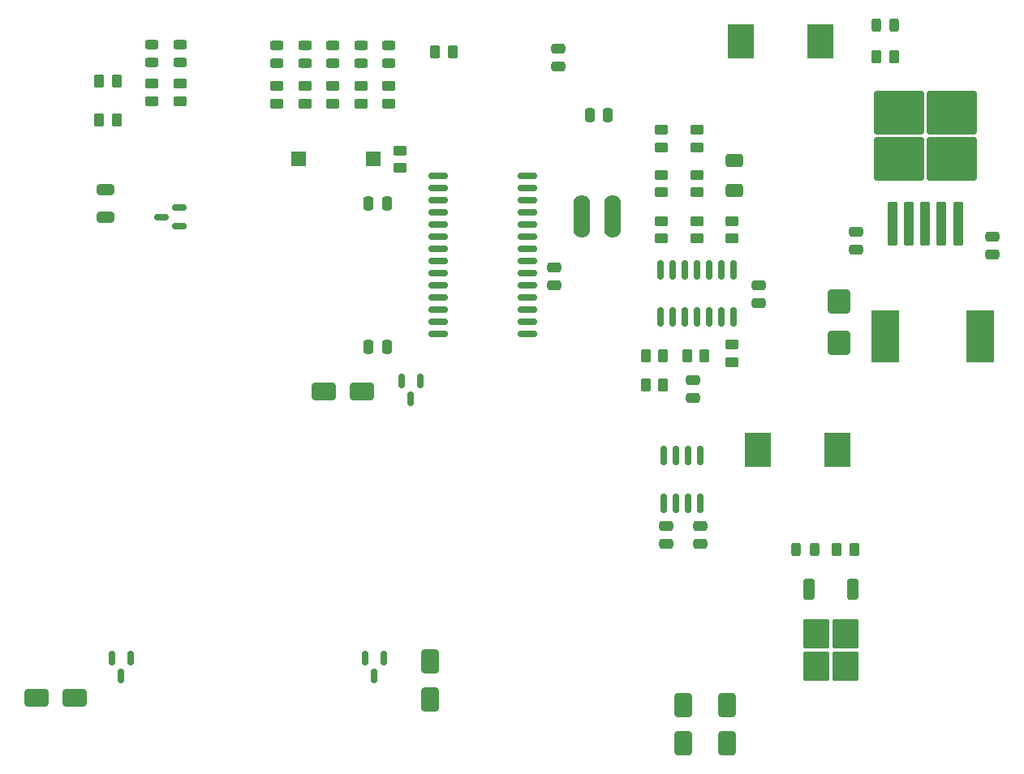
<source format=gtp>
G04 #@! TF.GenerationSoftware,KiCad,Pcbnew,8.0.7*
G04 #@! TF.CreationDate,2025-02-08T09:32:49+01:00*
G04 #@! TF.ProjectId,12VSupport,31325653-7570-4706-9f72-742e6b696361,1.2*
G04 #@! TF.SameCoordinates,Original*
G04 #@! TF.FileFunction,Paste,Top*
G04 #@! TF.FilePolarity,Positive*
%FSLAX46Y46*%
G04 Gerber Fmt 4.6, Leading zero omitted, Abs format (unit mm)*
G04 Created by KiCad (PCBNEW 8.0.7) date 2025-02-08 09:32:49*
%MOMM*%
%LPD*%
G01*
G04 APERTURE LIST*
G04 Aperture macros list*
%AMRoundRect*
0 Rectangle with rounded corners*
0 $1 Rounding radius*
0 $2 $3 $4 $5 $6 $7 $8 $9 X,Y pos of 4 corners*
0 Add a 4 corners polygon primitive as box body*
4,1,4,$2,$3,$4,$5,$6,$7,$8,$9,$2,$3,0*
0 Add four circle primitives for the rounded corners*
1,1,$1+$1,$2,$3*
1,1,$1+$1,$4,$5*
1,1,$1+$1,$6,$7*
1,1,$1+$1,$8,$9*
0 Add four rect primitives between the rounded corners*
20,1,$1+$1,$2,$3,$4,$5,0*
20,1,$1+$1,$4,$5,$6,$7,0*
20,1,$1+$1,$6,$7,$8,$9,0*
20,1,$1+$1,$8,$9,$2,$3,0*%
G04 Aperture macros list end*
%ADD10RoundRect,0.250000X-0.475000X0.250000X-0.475000X-0.250000X0.475000X-0.250000X0.475000X0.250000X0*%
%ADD11R,2.700000X3.600000*%
%ADD12RoundRect,0.250000X0.450000X-0.262500X0.450000X0.262500X-0.450000X0.262500X-0.450000X-0.262500X0*%
%ADD13RoundRect,0.150000X-0.875000X-0.150000X0.875000X-0.150000X0.875000X0.150000X-0.875000X0.150000X0*%
%ADD14RoundRect,0.250000X-0.450000X0.262500X-0.450000X-0.262500X0.450000X-0.262500X0.450000X0.262500X0*%
%ADD15RoundRect,0.250000X-0.262500X-0.450000X0.262500X-0.450000X0.262500X0.450000X-0.262500X0.450000X0*%
%ADD16RoundRect,0.150000X0.587500X0.150000X-0.587500X0.150000X-0.587500X-0.150000X0.587500X-0.150000X0*%
%ADD17RoundRect,0.150000X-0.150000X0.587500X-0.150000X-0.587500X0.150000X-0.587500X0.150000X0.587500X0*%
%ADD18RoundRect,0.243750X-0.243750X-0.456250X0.243750X-0.456250X0.243750X0.456250X-0.243750X0.456250X0*%
%ADD19RoundRect,0.243750X-0.456250X0.243750X-0.456250X-0.243750X0.456250X-0.243750X0.456250X0.243750X0*%
%ADD20RoundRect,0.250000X0.475000X-0.250000X0.475000X0.250000X-0.475000X0.250000X-0.475000X-0.250000X0*%
%ADD21R,2.900000X5.400000*%
%ADD22RoundRect,0.250000X0.262500X0.450000X-0.262500X0.450000X-0.262500X-0.450000X0.262500X-0.450000X0*%
%ADD23R,1.500000X1.500000*%
%ADD24RoundRect,0.250000X-0.650000X0.325000X-0.650000X-0.325000X0.650000X-0.325000X0.650000X0.325000X0*%
%ADD25RoundRect,0.250000X1.000000X0.650000X-1.000000X0.650000X-1.000000X-0.650000X1.000000X-0.650000X0*%
%ADD26RoundRect,0.250000X0.250000X0.475000X-0.250000X0.475000X-0.250000X-0.475000X0.250000X-0.475000X0*%
%ADD27RoundRect,0.250000X-0.650000X1.000000X-0.650000X-1.000000X0.650000X-1.000000X0.650000X1.000000X0*%
%ADD28RoundRect,0.250000X-0.900000X1.000000X-0.900000X-1.000000X0.900000X-1.000000X0.900000X1.000000X0*%
%ADD29RoundRect,0.250000X-0.350000X0.850000X-0.350000X-0.850000X0.350000X-0.850000X0.350000X0.850000X0*%
%ADD30RoundRect,0.250000X-1.125000X1.275000X-1.125000X-1.275000X1.125000X-1.275000X1.125000X1.275000X0*%
%ADD31RoundRect,0.150000X-0.150000X0.825000X-0.150000X-0.825000X0.150000X-0.825000X0.150000X0.825000X0*%
%ADD32RoundRect,0.250000X0.300000X-2.050000X0.300000X2.050000X-0.300000X2.050000X-0.300000X-2.050000X0*%
%ADD33RoundRect,0.250000X2.375000X-2.025000X2.375000X2.025000X-2.375000X2.025000X-2.375000X-2.025000X0*%
%ADD34RoundRect,0.250000X-0.250000X-0.475000X0.250000X-0.475000X0.250000X0.475000X-0.250000X0.475000X0*%
%ADD35O,1.750000X4.500000*%
%ADD36RoundRect,0.150000X0.150000X-0.825000X0.150000X0.825000X-0.150000X0.825000X-0.150000X-0.825000X0*%
%ADD37RoundRect,0.250000X-0.650000X0.412500X-0.650000X-0.412500X0.650000X-0.412500X0.650000X0.412500X0*%
G04 APERTURE END LIST*
D10*
X115824000Y-98364000D03*
X115824000Y-100264000D03*
X100584000Y-71374000D03*
X100584000Y-73274000D03*
D11*
X130134000Y-90424000D03*
X121834000Y-90424000D03*
D12*
X58553167Y-53998500D03*
X58553167Y-52173500D03*
D13*
X88441000Y-61849000D03*
X88441000Y-63119000D03*
X88441000Y-64389000D03*
X88441000Y-65659000D03*
X88441000Y-66929000D03*
X88441000Y-68199000D03*
X88441000Y-69469000D03*
X88441000Y-70739000D03*
X88441000Y-72009000D03*
X88441000Y-73279000D03*
X88441000Y-74549000D03*
X88441000Y-75819000D03*
X88441000Y-77089000D03*
X88441000Y-78359000D03*
X97741000Y-78359000D03*
X97741000Y-77089000D03*
X97741000Y-75819000D03*
X97741000Y-74549000D03*
X97741000Y-73279000D03*
X97741000Y-72009000D03*
X97741000Y-70739000D03*
X97741000Y-69469000D03*
X97741000Y-68199000D03*
X97741000Y-66929000D03*
X97741000Y-65659000D03*
X97741000Y-64389000D03*
X97741000Y-63119000D03*
X97741000Y-61849000D03*
D12*
X115443000Y-58824500D03*
X115443000Y-56999500D03*
X71628000Y-54276000D03*
X71628000Y-52451000D03*
D14*
X115443000Y-66524500D03*
X115443000Y-68349500D03*
D15*
X53062500Y-56007000D03*
X54887500Y-56007000D03*
D16*
X61422500Y-67051000D03*
X61422500Y-65151000D03*
X59547500Y-66101000D03*
D17*
X86548000Y-83215000D03*
X84648000Y-83215000D03*
X85598000Y-85090000D03*
D18*
X125808500Y-100838000D03*
X127683500Y-100838000D03*
D19*
X77470000Y-48186500D03*
X77470000Y-50061500D03*
D10*
X112268000Y-98364000D03*
X112268000Y-100264000D03*
D12*
X74549000Y-54276000D03*
X74549000Y-52451000D03*
D15*
X134192000Y-49390500D03*
X136017000Y-49390500D03*
D12*
X84455000Y-60983500D03*
X84455000Y-59158500D03*
D15*
X53062500Y-51943000D03*
X54887500Y-51943000D03*
D20*
X100965000Y-50414000D03*
X100965000Y-48514000D03*
D12*
X119126000Y-81280000D03*
X119126000Y-79455000D03*
D21*
X135082000Y-78610000D03*
X144982000Y-78610000D03*
D22*
X89939500Y-48895000D03*
X88114500Y-48895000D03*
D20*
X146304000Y-70038000D03*
X146304000Y-68138000D03*
D23*
X81661000Y-60071000D03*
X73861000Y-60071000D03*
D14*
X119126000Y-66548000D03*
X119126000Y-68373000D03*
D19*
X74549000Y-48186500D03*
X74549000Y-50061500D03*
D12*
X61474167Y-53998500D03*
X61474167Y-52173500D03*
D22*
X131849500Y-100838000D03*
X130024500Y-100838000D03*
D14*
X111760000Y-66524500D03*
X111760000Y-68349500D03*
D24*
X53721000Y-63217000D03*
X53721000Y-66167000D03*
D12*
X111760000Y-58848000D03*
X111760000Y-57023000D03*
D20*
X132080000Y-69530000D03*
X132080000Y-67630000D03*
D19*
X58553167Y-48084500D03*
X58553167Y-49959500D03*
D12*
X111760000Y-63523500D03*
X111760000Y-61698500D03*
D17*
X56322000Y-112171000D03*
X54422000Y-112171000D03*
X55372000Y-114046000D03*
D25*
X80518000Y-84328000D03*
X76518000Y-84328000D03*
D15*
X110085500Y-83669500D03*
X111910500Y-83669500D03*
D20*
X115062000Y-85024000D03*
X115062000Y-83124000D03*
D19*
X80391000Y-48186500D03*
X80391000Y-50061500D03*
D26*
X83070000Y-79719000D03*
X81170000Y-79719000D03*
D27*
X87630000Y-112554000D03*
X87630000Y-116554000D03*
X114046000Y-117126000D03*
X114046000Y-121126000D03*
D12*
X83312000Y-54276000D03*
X83312000Y-52451000D03*
D22*
X111910500Y-80621500D03*
X110085500Y-80621500D03*
D17*
X82738000Y-112171000D03*
X80838000Y-112171000D03*
X81788000Y-114046000D03*
D14*
X115443000Y-61722000D03*
X115443000Y-63547000D03*
D26*
X83070000Y-64733000D03*
X81170000Y-64733000D03*
D28*
X130253000Y-74943000D03*
X130253000Y-79243000D03*
D19*
X61474167Y-48084500D03*
X61474167Y-49959500D03*
D29*
X131699000Y-105029000D03*
D30*
X130944000Y-109654000D03*
X127894000Y-109654000D03*
X130944000Y-113004000D03*
X127894000Y-113004000D03*
D29*
X127139000Y-105029000D03*
D12*
X77470000Y-54276000D03*
X77470000Y-52451000D03*
D31*
X115824000Y-91062000D03*
X114554000Y-91062000D03*
X113284000Y-91062000D03*
X112014000Y-91062000D03*
X112014000Y-96012000D03*
X113284000Y-96012000D03*
X114554000Y-96012000D03*
X115824000Y-96012000D03*
D32*
X135870000Y-66805000D03*
X137570000Y-66805000D03*
X139270000Y-66805000D03*
D33*
X136495000Y-60080000D03*
X142045000Y-60080000D03*
X136495000Y-55230000D03*
X142045000Y-55230000D03*
D32*
X140970000Y-66805000D03*
X142670000Y-66805000D03*
D19*
X71628000Y-48186500D03*
X71628000Y-50061500D03*
D34*
X104272000Y-55499000D03*
X106172000Y-55499000D03*
D11*
X120056000Y-47752000D03*
X128356000Y-47752000D03*
D19*
X83312000Y-48186500D03*
X83312000Y-50061500D03*
D12*
X80391000Y-54276000D03*
X80391000Y-52451000D03*
D35*
X106654000Y-66040000D03*
X103404000Y-66040000D03*
D18*
X134167000Y-46088500D03*
X136042000Y-46088500D03*
D25*
X50514000Y-116332000D03*
X46514000Y-116332000D03*
D22*
X116228500Y-80621500D03*
X114403500Y-80621500D03*
D36*
X111633000Y-76578000D03*
X112903000Y-76578000D03*
X114173000Y-76578000D03*
X115443000Y-76578000D03*
X116713000Y-76578000D03*
X117983000Y-76578000D03*
X119253000Y-76578000D03*
X119253000Y-71628000D03*
X117983000Y-71628000D03*
X116713000Y-71628000D03*
X115443000Y-71628000D03*
X114173000Y-71628000D03*
X112903000Y-71628000D03*
X111633000Y-71628000D03*
D20*
X121920000Y-75118000D03*
X121920000Y-73218000D03*
D37*
X119380000Y-60198000D03*
X119380000Y-63323000D03*
D27*
X118618000Y-117126000D03*
X118618000Y-121126000D03*
M02*

</source>
